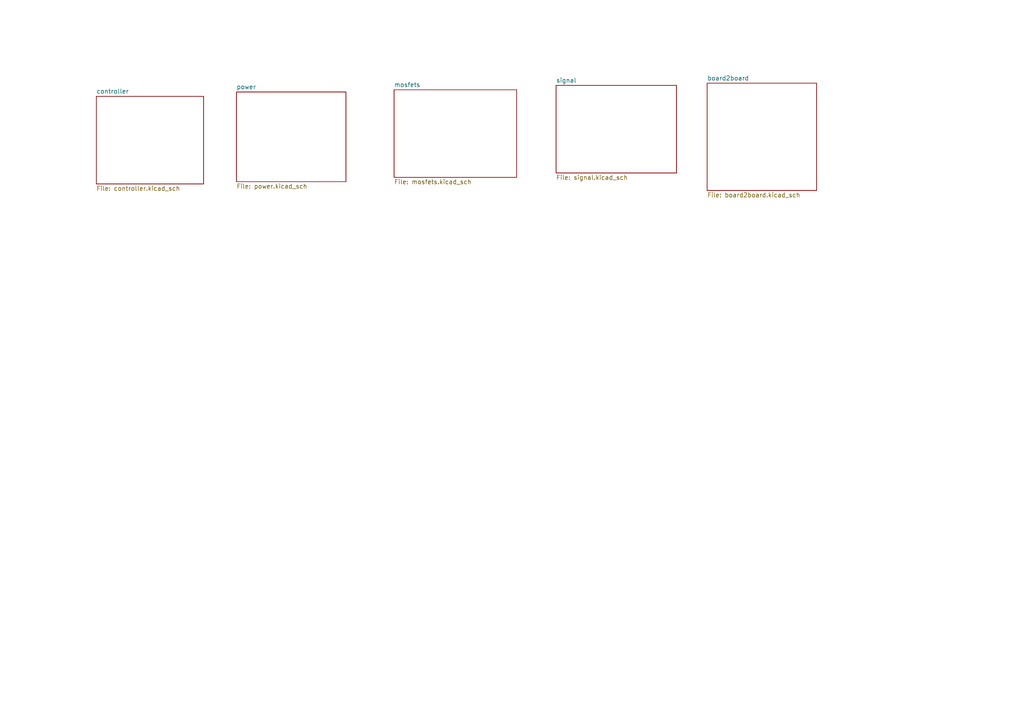
<source format=kicad_sch>
(kicad_sch (version 20211123) (generator eeschema)
  (paper "A4")
  (lib_symbols)
  (sheet (at 68.58 26.67) (size 31.75 26.035) (stroke (width 0.1524))
    (property "Sheet name" "power" (at 68.58 25.9584 0) (effects (justify left bottom)))
    (property "Sheet file" "power.kicad_sch" (at 68.58 53.2896 0) (effects (justify left top)))
  )
  (sheet (at 114.3 26.035) (size 35.56 25.4) (stroke (width 0.1524))
    (property "Sheet name" "mosfets" (at 114.3 25.3234 0) (effects (justify left bottom)))
    (property "Sheet file" "mosfets.kicad_sch" (at 114.3 52.0196 0) (effects (justify left top)))
  )
  (sheet (at 161.29 24.765) (size 34.925 25.4) (stroke (width 0.1524))
    (property "Sheet name" "signal" (at 161.29 24.0534 0) (effects (justify left bottom)))
    (property "Sheet file" "signal.kicad_sch" (at 161.29 50.7496 0) (effects (justify left top)))
  )
  (sheet (at 27.94 27.94) (size 31.115 25.4) (stroke (width 0.1524))
    (property "Sheet name" "controller" (at 27.94 27.2284 0) (effects (justify left bottom)))
    (property "Sheet file" "controller.kicad_sch" (at 27.94 53.9246 0) (effects (justify left top)))
  )
  (sheet (at 205.105 24.13) (size 31.75 31.115) (stroke (width 0.1524))
    (property "Sheet name" "board2board" (at 205.105 23.4184 0) (effects (justify left bottom)))
    (property "Sheet file" "board2board.kicad_sch" (at 205.105 55.8296 0) (effects (justify left top)))
  )
)
</source>
